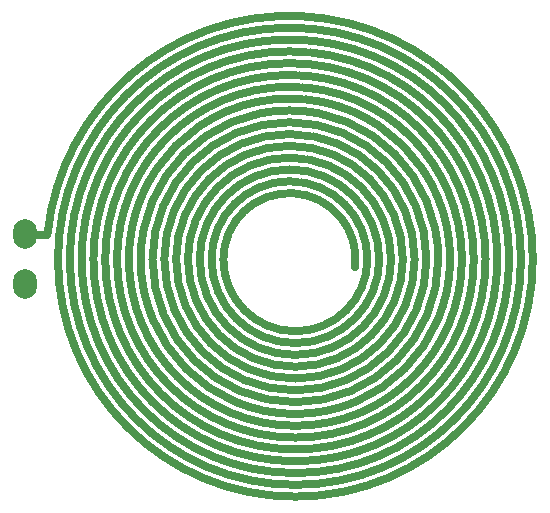
<source format=gtl>
G04 Layer: TopLayer*
G04 EasyEDA v6.5.22, 2022-10-29 19:00:30*
G04 5be05e293c7e4e71b3140c0fb3691092,8a7c3c78bece4b5180208520edf53e9d,10*
G04 Gerber Generator version 0.2*
G04 Scale: 100 percent, Rotated: No, Reflected: No *
G04 Dimensions in millimeters *
G04 leading zeros omitted , absolute positions ,4 integer and 5 decimal *
%FSLAX45Y45*%
%MOMM*%

%ADD10C,0.7000*%
%ADD11O,1.9999959999999999X2.4999949999999997*%
%ADD12C,0.6096*%

%LPD*%
D10*
X365556Y2378425D02*
G01*
X174983Y2380013D01*
G75*
G01*
X1854987Y2170016D02*
G03*
X3074985Y2170016I609999J0D01*
G75*
G01*
X1754988Y2170016D02*
G03*
X3174985Y2170016I709998J0D01*
G75*
G01*
X3174985Y2170016D02*
G03*
X1654988Y2170016I-759999J0D01*
G75*
G01*
X1654988Y2170016D02*
G03*
X3274985Y2170016I809998J0D01*
G75*
G01*
X3274985Y2170016D02*
G03*
X1554988Y2170016I-859999J0D01*
G75*
G01*
X1554988Y2170016D02*
G03*
X3374984Y2170016I909998J0D01*
G75*
G01*
X3374984Y2170016D02*
G03*
X1454988Y2170016I-959998J0D01*
G75*
G01*
X1454988Y2170016D02*
G03*
X3474984Y2170016I1009998J0D01*
G75*
G01*
X3474984Y2170016D02*
G03*
X1354988Y2170016I-1059998J0D01*
G75*
G01*
X1354988Y2170016D02*
G03*
X3574984Y2170016I1109998J0D01*
G75*
G01*
X3574984Y2170016D02*
G03*
X1254989Y2170016I-1159998J0D01*
G75*
G01*
X1254989Y2170016D02*
G03*
X3674984Y2170016I1209997J0D01*
G75*
G01*
X3674984Y2170016D02*
G03*
X1154989Y2170016I-1259998J0D01*
G75*
G01*
X1154989Y2170016D02*
G03*
X3774984Y2170016I1309997J0D01*
G75*
G01*
X3774984Y2170016D02*
G03*
X1054989Y2170016I-1359998J0D01*
G75*
G01*
X1054989Y2170016D02*
G03*
X3874983Y2170016I1409997J0D01*
G75*
G01*
X3874983Y2170016D02*
G03*
X954989Y2170016I-1459997J0D01*
G75*
G01*
X954989Y2170016D02*
G03*
X3974983Y2170016I1509997J0D01*
G75*
G01*
X3974983Y2170016D02*
G03*
X854989Y2170016I-1559997J0D01*
G75*
G01*
X854989Y2170016D02*
G03*
X4074983Y2170016I1609997J0D01*
G75*
G01*
X4074983Y2170016D02*
G03*
X754990Y2170016I-1659997J0D01*
G75*
G01*
X754990Y2170016D02*
G03*
X4174983Y2170016I1709996J0D01*
G75*
G01*
X4174983Y2170016D02*
G03*
X654990Y2170016I-1759997J0D01*
G75*
G01*
X654990Y2170016D02*
G03*
X4274983Y2170016I1809996J0D01*
G75*
G01*
X4274983Y2170016D02*
G03*
X554990Y2170016I-1859997J0D01*
G75*
G01*
X554990Y2170016D02*
G03*
X4374982Y2170016I1909996J0D01*
G75*
G01*
X4374982Y2170016D02*
G03*
X454990Y2170016I-1959996J0D01*
G75*
G01*
X454990Y2170016D02*
G03*
X4474982Y2170016I2009996J0D01*
G75*
G01*
X4474982Y2170016D02*
G03*
X365559Y2378433I-2059996J13D01*
G75*
G01*
X2970660Y2100557D02*
G03*
X1854987Y2170016I-555674J69469D01*
G75*
G01*
X3074985Y2170016D02*
G03*
X1754988Y2170016I-659999J0D01*
D11*
G01*
X175006Y2380005D03*
G01*
X175006Y1960016D03*
D12*
G01*
X2971418Y2233295D03*
G01*
X2970656Y2100554D03*
M02*

</source>
